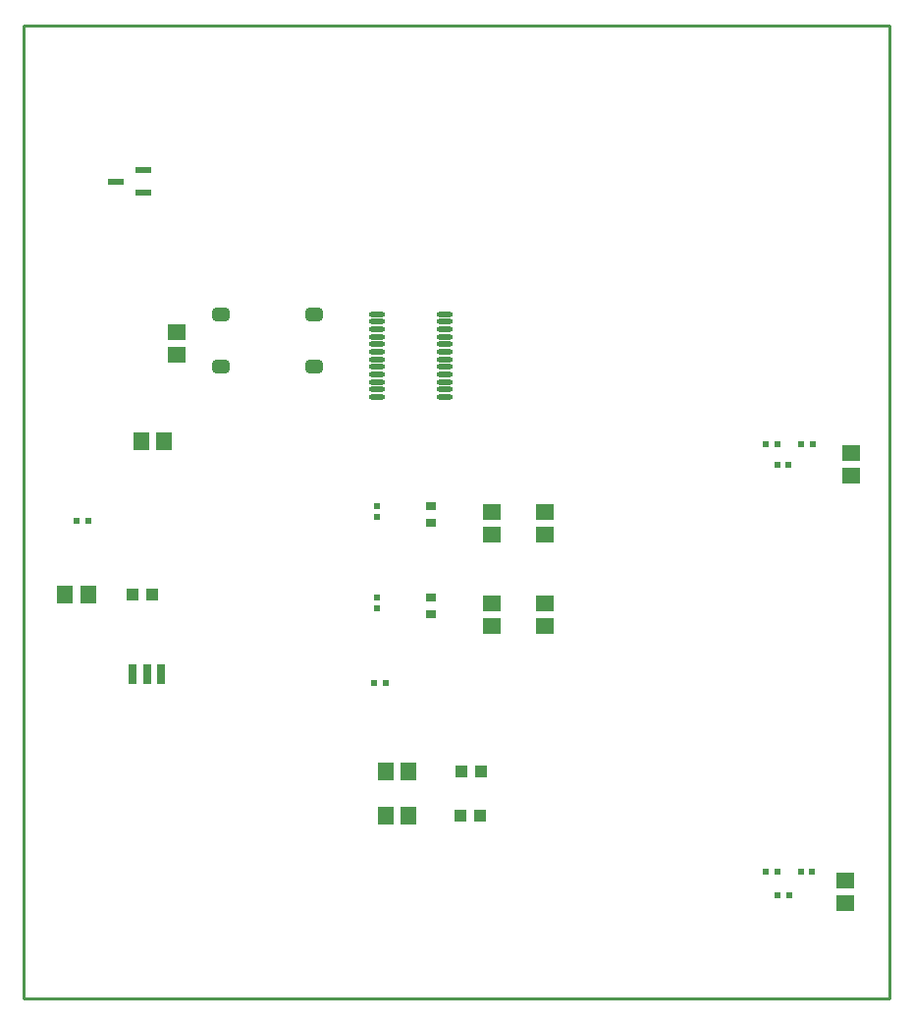
<source format=gtp>
G04*
G04 #@! TF.GenerationSoftware,Altium Limited,Altium Designer,19.0.10 (269)*
G04*
G04 Layer_Color=8421504*
%FSLAX24Y24*%
%MOIN*%
G70*
G01*
G75*
%ADD12C,0.0100*%
%ADD20O,0.0551X0.0177*%
G04:AMPARAMS|DCode=21|XSize=57mil|YSize=45mil|CornerRadius=11.3mil|HoleSize=0mil|Usage=FLASHONLY|Rotation=180.000|XOffset=0mil|YOffset=0mil|HoleType=Round|Shape=RoundedRectangle|*
%AMROUNDEDRECTD21*
21,1,0.0570,0.0225,0,0,180.0*
21,1,0.0345,0.0450,0,0,180.0*
1,1,0.0225,-0.0173,0.0113*
1,1,0.0225,0.0173,0.0113*
1,1,0.0225,0.0173,-0.0113*
1,1,0.0225,-0.0173,-0.0113*
%
%ADD21ROUNDEDRECTD21*%
%ADD22R,0.0571X0.0236*%
%ADD23R,0.0280X0.0670*%
%ADD24R,0.0394X0.0394*%
%ADD25R,0.0354X0.0276*%
%ADD26R,0.0591X0.0551*%
%ADD27R,0.0197X0.0236*%
%ADD28R,0.0236X0.0197*%
%ADD29R,0.0551X0.0591*%
D12*
X3200Y37600D02*
X3200Y4600D01*
X3200Y37600D02*
X32600D01*
X32600Y4600D01*
X3200D02*
X32600D01*
D20*
X17523Y24985D02*
D03*
Y25241D02*
D03*
Y25497D02*
D03*
Y25753D02*
D03*
Y26009D02*
D03*
Y26265D02*
D03*
Y26520D02*
D03*
Y26776D02*
D03*
Y27032D02*
D03*
Y27288D02*
D03*
Y27544D02*
D03*
Y27800D02*
D03*
X15200Y24985D02*
D03*
Y25241D02*
D03*
Y25497D02*
D03*
Y25753D02*
D03*
Y26009D02*
D03*
Y26265D02*
D03*
Y26520D02*
D03*
Y26776D02*
D03*
Y27032D02*
D03*
Y27288D02*
D03*
Y27544D02*
D03*
Y27800D02*
D03*
D21*
X13075Y27786D02*
D03*
X9921D02*
D03*
X13075Y26018D02*
D03*
X9921D02*
D03*
D22*
X6337Y32300D02*
D03*
X7263Y32674D02*
D03*
Y31926D02*
D03*
D23*
X6927Y15600D02*
D03*
X7400D02*
D03*
X7880D02*
D03*
D24*
X18065Y12300D02*
D03*
X18735D02*
D03*
X7569Y18300D02*
D03*
X6900D02*
D03*
X18031Y10800D02*
D03*
X18700D02*
D03*
D25*
X17061Y20709D02*
D03*
Y21300D02*
D03*
X17061Y18200D02*
D03*
Y17609D02*
D03*
D26*
X31300Y23100D02*
D03*
Y22313D02*
D03*
X8400Y26406D02*
D03*
Y27194D02*
D03*
X20900Y17213D02*
D03*
Y18000D02*
D03*
X19118Y17213D02*
D03*
Y18000D02*
D03*
X31100Y8600D02*
D03*
Y7813D02*
D03*
X20900Y20313D02*
D03*
Y21100D02*
D03*
X19118Y20313D02*
D03*
Y21100D02*
D03*
D27*
X15200Y20906D02*
D03*
Y21300D02*
D03*
Y17806D02*
D03*
Y18200D02*
D03*
D28*
X5003Y20800D02*
D03*
X5397D02*
D03*
X15103Y15300D02*
D03*
X15497D02*
D03*
X29994Y8900D02*
D03*
X29600D02*
D03*
X28800D02*
D03*
X28406D02*
D03*
X29200Y8100D02*
D03*
X28806D02*
D03*
X29997Y23400D02*
D03*
X29603D02*
D03*
X28800D02*
D03*
X28406D02*
D03*
X29194Y22700D02*
D03*
X28800D02*
D03*
D29*
X4613Y18300D02*
D03*
X5400D02*
D03*
X15506Y10800D02*
D03*
X16294D02*
D03*
X15506Y12300D02*
D03*
X16294D02*
D03*
X7200Y23500D02*
D03*
X7987D02*
D03*
M02*

</source>
